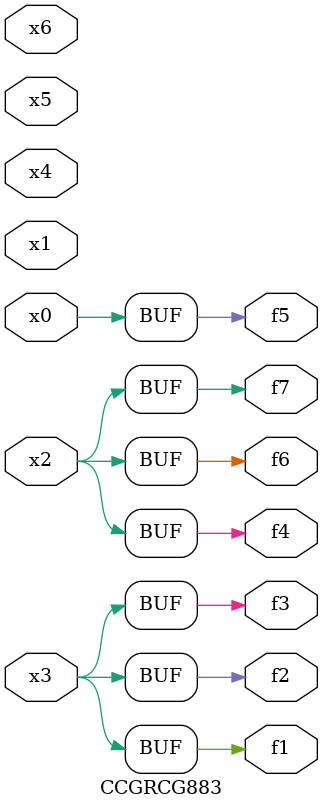
<source format=v>
module CCGRCG883(
	input x0, x1, x2, x3, x4, x5, x6,
	output f1, f2, f3, f4, f5, f6, f7
);
	assign f1 = x3;
	assign f2 = x3;
	assign f3 = x3;
	assign f4 = x2;
	assign f5 = x0;
	assign f6 = x2;
	assign f7 = x2;
endmodule

</source>
